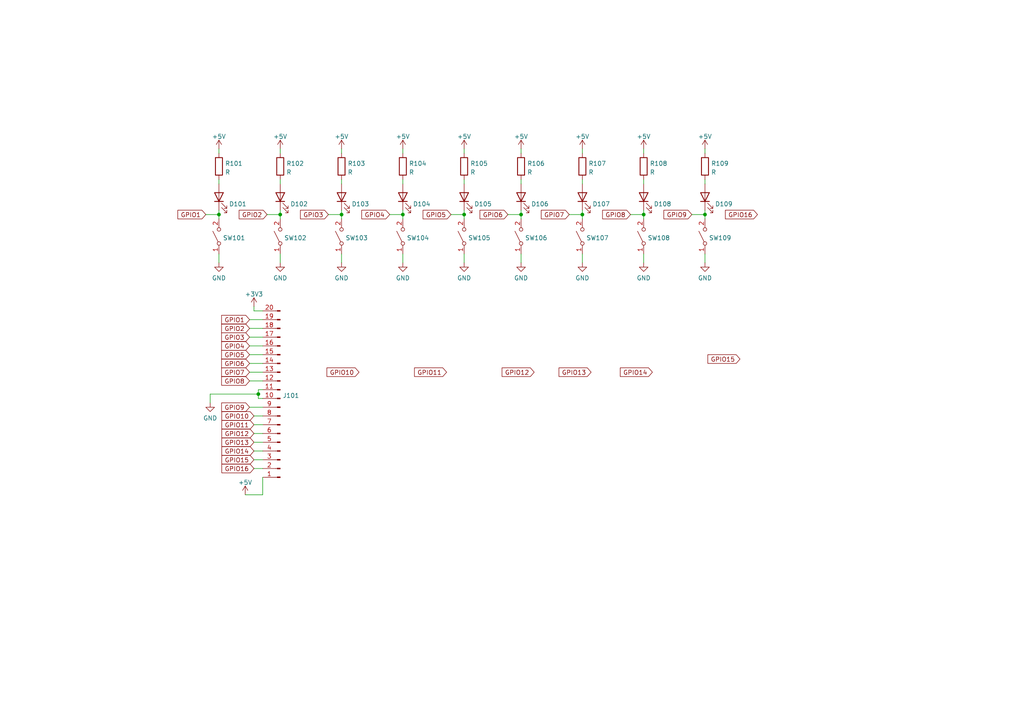
<source format=kicad_sch>
(kicad_sch (version 20211123) (generator eeschema)
  (paper "A4")
  (lib_symbols
    (symbol "Connector:Conn_01x20_Male" (pin_names (offset 1.016) hide)
      (property "Reference" "J" (at 0 25.4 0))
      (property "Value" "Conn_01x20_Male" (at 0 -27.94 0))
      (symbol "Conn_01x20_Male_1_1"
        (polyline (pts (xy 1.27 -25.4) (xy 0.8636 -25.4)) (stroke (width 0.1524)))
        (polyline (pts (xy 1.27 -22.86) (xy 0.8636 -22.86)) (stroke (width 0.1524)))
        (polyline (pts (xy 1.27 -20.32) (xy 0.8636 -20.32)) (stroke (width 0.1524)))
        (polyline (pts (xy 1.27 -17.78) (xy 0.8636 -17.78)) (stroke (width 0.1524)))
        (polyline (pts (xy 1.27 -15.24) (xy 0.8636 -15.24)) (stroke (width 0.1524)))
        (polyline (pts (xy 1.27 -12.7) (xy 0.8636 -12.7)) (stroke (width 0.1524)))
        (polyline (pts (xy 1.27 -10.16) (xy 0.8636 -10.16)) (stroke (width 0.1524)))
        (polyline (pts (xy 1.27 -7.62) (xy 0.8636 -7.62)) (stroke (width 0.1524)))
        (polyline (pts (xy 1.27 -5.08) (xy 0.8636 -5.08)) (stroke (width 0.1524)))
        (polyline (pts (xy 1.27 -2.54) (xy 0.8636 -2.54)) (stroke (width 0.1524)))
        (polyline (pts (xy 1.27 0) (xy 0.8636 0)) (stroke (width 0.1524)))
        (polyline (pts (xy 1.27 2.54) (xy 0.8636 2.54)) (stroke (width 0.1524)))
        (polyline (pts (xy 1.27 5.08) (xy 0.8636 5.08)) (stroke (width 0.1524)))
        (polyline (pts (xy 1.27 7.62) (xy 0.8636 7.62)) (stroke (width 0.1524)))
        (polyline (pts (xy 1.27 10.16) (xy 0.8636 10.16)) (stroke (width 0.1524)))
        (polyline (pts (xy 1.27 12.7) (xy 0.8636 12.7)) (stroke (width 0.1524)))
        (polyline (pts (xy 1.27 15.24) (xy 0.8636 15.24)) (stroke (width 0.1524)))
        (polyline (pts (xy 1.27 17.78) (xy 0.8636 17.78)) (stroke (width 0.1524)))
        (polyline (pts (xy 1.27 20.32) (xy 0.8636 20.32)) (stroke (width 0.1524)))
        (polyline (pts (xy 1.27 22.86) (xy 0.8636 22.86)) (stroke (width 0.1524)))
        (rectangle (start 0.8636 -25.273) (end 0 -25.527) (stroke (width 0.1524)) (fill (type outline)))
        (rectangle (start 0.8636 -22.733) (end 0 -22.987) (stroke (width 0.1524)) (fill (type outline)))
        (rectangle (start 0.8636 -20.193) (end 0 -20.447) (stroke (width 0.1524)) (fill (type outline)))
        (rectangle (start 0.8636 -17.653) (end 0 -17.907) (stroke (width 0.1524)) (fill (type outline)))
        (rectangle (start 0.8636 -15.113) (end 0 -15.367) (stroke (width 0.1524)) (fill (type outline)))
        (rectangle (start 0.8636 -12.573) (end 0 -12.827) (stroke (width 0.1524)) (fill (type outline)))
        (rectangle (start 0.8636 -10.033) (end 0 -10.287) (stroke (width 0.1524)) (fill (type outline)))
        (rectangle (start 0.8636 -7.493) (end 0 -7.747) (stroke (width 0.1524)) (fill (type outline)))
        (rectangle (start 0.8636 -4.953) (end 0 -5.207) (stroke (width 0.1524)) (fill (type outline)))
        (rectangle (start 0.8636 -2.413) (end 0 -2.667) (stroke (width 0.1524)) (fill (type outline)))
        (rectangle (start 0.8636 0.127) (end 0 -0.127) (stroke (width 0.1524)) (fill (type outline)))
        (rectangle (start 0.8636 2.667) (end 0 2.413) (stroke (width 0.1524)) (fill (type outline)))
        (rectangle (start 0.8636 5.207) (end 0 4.953) (stroke (width 0.1524)) (fill (type outline)))
        (rectangle (start 0.8636 7.747) (end 0 7.493) (stroke (width 0.1524)) (fill (type outline)))
        (rectangle (start 0.8636 10.287) (end 0 10.033) (stroke (width 0.1524)) (fill (type outline)))
        (rectangle (start 0.8636 12.827) (end 0 12.573) (stroke (width 0.1524)) (fill (type outline)))
        (rectangle (start 0.8636 15.367) (end 0 15.113) (stroke (width 0.1524)) (fill (type outline)))
        (rectangle (start 0.8636 17.907) (end 0 17.653) (stroke (width 0.1524)) (fill (type outline)))
        (rectangle (start 0.8636 20.447) (end 0 20.193) (stroke (width 0.1524)) (fill (type outline)))
        (rectangle (start 0.8636 22.987) (end 0 22.733) (stroke (width 0.1524)) (fill (type outline)))
        (pin passive line (at 5.08 22.86 180) (length 3.81) (name "Pin_1") (number "1"))
        (pin passive line (at 5.08 0 180) (length 3.81) (name "Pin_10") (number "10"))
        (pin passive line (at 5.08 -2.54 180) (length 3.81) (name "Pin_11") (number "11"))
        (pin passive line (at 5.08 -5.08 180) (length 3.81) (name "Pin_12") (number "12"))
        (pin passive line (at 5.08 -7.62 180) (length 3.81) (name "Pin_13") (number "13"))
        (pin passive line (at 5.08 -10.16 180) (length 3.81) (name "Pin_14") (number "14"))
        (pin passive line (at 5.08 -12.7 180) (length 3.81) (name "Pin_15") (number "15"))
        (pin passive line (at 5.08 -15.24 180) (length 3.81) (name "Pin_16") (number "16"))
        (pin passive line (at 5.08 -17.78 180) (length 3.81) (name "Pin_17") (number "17"))
        (pin passive line (at 5.08 -20.32 180) (length 3.81) (name "Pin_18") (number "18"))
        (pin passive line (at 5.08 -22.86 180) (length 3.81) (name "Pin_19") (number "19"))
        (pin passive line (at 5.08 20.32 180) (length 3.81) (name "Pin_2") (number "2"))
        (pin passive line (at 5.08 -25.4 180) (length 3.81) (name "Pin_20") (number "20"))
        (pin passive line (at 5.08 17.78 180) (length 3.81) (name "Pin_3") (number "3"))
        (pin passive line (at 5.08 15.24 180) (length 3.81) (name "Pin_4") (number "4"))
        (pin passive line (at 5.08 12.7 180) (length 3.81) (name "Pin_5") (number "5"))
        (pin passive line (at 5.08 10.16 180) (length 3.81) (name "Pin_6") (number "6"))
        (pin passive line (at 5.08 7.62 180) (length 3.81) (name "Pin_7") (number "7"))
        (pin passive line (at 5.08 5.08 180) (length 3.81) (name "Pin_8") (number "8"))
        (pin passive line (at 5.08 2.54 180) (length 3.81) (name "Pin_9") (number "9"))
      )
    )
    (symbol "Device:LED" (pin_numbers hide) (pin_names (offset 1.016) hide)
      (property "Reference" "D" (at 0 2.54 0))
      (property "Value" "LED" (at 0 -2.54 0))
      (symbol "LED_0_1"
        (polyline (pts (xy -1.27 -1.27) (xy -1.27 1.27)) (stroke (width 0.254)))
        (polyline (pts (xy -1.27 0) (xy 1.27 0)))
        (polyline (pts (xy 1.27 -1.27) (xy 1.27 1.27) (xy -1.27 0) (xy 1.27 -1.27)) (stroke (width 0.254)))
        (polyline (pts (xy -3.048 -0.762) (xy -4.572 -2.286) (xy -3.81 -2.286) (xy -4.572 -2.286) (xy -4.572 -1.524)))
        (polyline (pts (xy -1.778 -0.762) (xy -3.302 -2.286) (xy -2.54 -2.286) (xy -3.302 -2.286) (xy -3.302 -1.524)))
      )
      (symbol "LED_1_1"
        (pin passive line (at -3.81 0 0) (length 2.54) (name "K") (number "1"))
        (pin passive line (at 3.81 0 180) (length 2.54) (name "A") (number "2"))
      )
    )
    (symbol "Device:R" (pin_numbers hide) (pin_names (offset 0))
      (property "Reference" "R" (at 2.032 0 90))
      (property "Value" "R" (at 0 0 90))
      (symbol "R_0_1"
        (rectangle (start -1.016 -2.54) (end 1.016 2.54) (stroke (width 0.254)))
      )
      (symbol "R_1_1"
        (pin passive line (at 0 3.81 270) (length 1.27) (name "~") (number "1"))
        (pin passive line (at 0 -3.81 90) (length 1.27) (name "~") (number "2"))
      )
    )
    (symbol "Switch:SW_SPST" (pin_names (offset 0) hide)
      (property "Reference" "SW" (at 0 3.175 0))
      (property "Value" "SW_SPST" (at 0 -2.54 0))
      (symbol "SW_SPST_0_0"
        (circle (center -2.032 0) (radius 0.508))
        (polyline (pts (xy -1.524 0.254) (xy 1.524 1.778)))
        (circle (center 2.032 0) (radius 0.508))
      )
      (symbol "SW_SPST_1_1"
        (pin passive line (at -5.08 0 0) (length 2.54) (name "A") (number "1"))
        (pin passive line (at 5.08 0 180) (length 2.54) (name "B") (number "2"))
      )
    )
    (symbol "power:+3V3" (power) (pin_names (offset 0))
      (property "Value" "+3V3" (at 0 3.556 0))
      (symbol "+3V3_0_1"
        (polyline (pts (xy -0.762 1.27) (xy 0 2.54)))
        (polyline (pts (xy 0 0) (xy 0 2.54)))
        (polyline (pts (xy 0 2.54) (xy 0.762 1.27)))
      )
      (symbol "+3V3_1_1"
        (pin power_in line (at 0 0 90) (length 0) hide (name "+3V3") (number "1"))
      )
    )
    (symbol "power:+5V" (power) (pin_names (offset 0))
      (property "Value" "+5V" (at 0 3.556 0))
      (symbol "+5V_0_1"
        (polyline (pts (xy -0.762 1.27) (xy 0 2.54)))
        (polyline (pts (xy 0 0) (xy 0 2.54)))
        (polyline (pts (xy 0 2.54) (xy 0.762 1.27)))
      )
      (symbol "+5V_1_1"
        (pin power_in line (at 0 0 90) (length 0) hide (name "+5V") (number "1"))
      )
    )
    (symbol "power:GND" (power) (pin_names (offset 0))
      (property "Value" "GND" (at 0 -3.81 0))
      (symbol "GND_0_1"
        (polyline (pts (xy 0 0) (xy 0 -1.27) (xy 1.27 -1.27) (xy 0 -2.54) (xy -1.27 -1.27) (xy 0 -1.27)))
      )
      (symbol "GND_1_1"
        (pin power_in line (at 0 0 270) (length 0) hide (name "GND") (number "1"))
      )
    )
  )
  (junction (at 204.47 62.23))
  (junction (at 81.28 62.23))
  (junction (at 168.91 62.23))
  (junction (at 99.06 62.23))
  (junction (at 151.13 62.23))
  (junction (at 186.69 62.23))
  (junction (at 74.93 114.3))
  (junction (at 63.5 62.23))
  (junction (at 116.84 62.23))
  (junction (at 134.62 62.23))
  (wire (pts (xy 134.62 60.96) (xy 134.62 62.23)))
  (wire (pts (xy 71.12 143.51) (xy 76.2 143.51)))
  (wire (pts (xy 165.1 62.23) (xy 168.91 62.23)))
  (wire (pts (xy 76.2 100.33) (xy 72.39 100.33)))
  (wire (pts (xy 76.2 105.41) (xy 72.39 105.41)))
  (wire (pts (xy 81.28 60.96) (xy 81.28 62.23)))
  (wire (pts (xy 74.93 115.57) (xy 76.2 115.57)))
  (wire (pts (xy 73.66 90.17) (xy 76.2 90.17)))
  (wire (pts (xy 63.5 60.96) (xy 63.5 62.23)))
  (wire (pts (xy 130.81 62.23) (xy 134.62 62.23)))
  (wire (pts (xy 76.2 95.25) (xy 72.39 95.25)))
  (wire (pts (xy 186.69 73.66) (xy 186.69 76.2)))
  (wire (pts (xy 147.32 62.23) (xy 151.13 62.23)))
  (wire (pts (xy 204.47 52.07) (xy 204.47 53.34)))
  (wire (pts (xy 59.69 62.23) (xy 63.5 62.23)))
  (wire (pts (xy 151.13 73.66) (xy 151.13 76.2)))
  (wire (pts (xy 134.62 73.66) (xy 134.62 76.2)))
  (wire (pts (xy 186.69 43.18) (xy 186.69 44.45)))
  (wire (pts (xy 99.06 60.96) (xy 99.06 62.23)))
  (wire (pts (xy 116.84 62.23) (xy 116.84 63.5)))
  (wire (pts (xy 63.5 73.66) (xy 63.5 76.2)))
  (wire (pts (xy 134.62 62.23) (xy 134.62 63.5)))
  (wire (pts (xy 77.47 62.23) (xy 81.28 62.23)))
  (wire (pts (xy 168.91 62.23) (xy 168.91 63.5)))
  (wire (pts (xy 63.5 52.07) (xy 63.5 53.34)))
  (wire (pts (xy 63.5 43.18) (xy 63.5 44.45)))
  (wire (pts (xy 204.47 73.66) (xy 204.47 76.2)))
  (wire (pts (xy 63.5 62.23) (xy 63.5 63.5)))
  (wire (pts (xy 151.13 62.23) (xy 151.13 63.5)))
  (wire (pts (xy 73.66 130.81) (xy 76.2 130.81)))
  (wire (pts (xy 168.91 60.96) (xy 168.91 62.23)))
  (wire (pts (xy 186.69 60.96) (xy 186.69 62.23)))
  (wire (pts (xy 76.2 102.87) (xy 72.39 102.87)))
  (wire (pts (xy 76.2 143.51) (xy 76.2 138.43)))
  (wire (pts (xy 81.28 52.07) (xy 81.28 53.34)))
  (wire (pts (xy 116.84 43.18) (xy 116.84 44.45)))
  (wire (pts (xy 134.62 52.07) (xy 134.62 53.34)))
  (wire (pts (xy 168.91 73.66) (xy 168.91 76.2)))
  (wire (pts (xy 204.47 60.96) (xy 204.47 62.23)))
  (wire (pts (xy 151.13 43.18) (xy 151.13 44.45)))
  (wire (pts (xy 99.06 73.66) (xy 99.06 76.2)))
  (wire (pts (xy 182.88 62.23) (xy 186.69 62.23)))
  (wire (pts (xy 60.96 116.84) (xy 60.96 114.3)))
  (wire (pts (xy 99.06 52.07) (xy 99.06 53.34)))
  (wire (pts (xy 204.47 62.23) (xy 204.47 63.5)))
  (wire (pts (xy 76.2 110.49) (xy 72.39 110.49)))
  (wire (pts (xy 99.06 62.23) (xy 99.06 63.5)))
  (wire (pts (xy 116.84 52.07) (xy 116.84 53.34)))
  (wire (pts (xy 81.28 43.18) (xy 81.28 44.45)))
  (wire (pts (xy 76.2 107.95) (xy 72.39 107.95)))
  (wire (pts (xy 60.96 114.3) (xy 74.93 114.3)))
  (wire (pts (xy 73.66 125.73) (xy 76.2 125.73)))
  (wire (pts (xy 134.62 43.18) (xy 134.62 44.45)))
  (wire (pts (xy 116.84 60.96) (xy 116.84 62.23)))
  (wire (pts (xy 76.2 97.79) (xy 72.39 97.79)))
  (wire (pts (xy 73.66 128.27) (xy 76.2 128.27)))
  (wire (pts (xy 168.91 43.18) (xy 168.91 44.45)))
  (wire (pts (xy 73.66 123.19) (xy 76.2 123.19)))
  (wire (pts (xy 74.93 113.03) (xy 76.2 113.03)))
  (wire (pts (xy 76.2 92.71) (xy 72.39 92.71)))
  (wire (pts (xy 204.47 43.18) (xy 204.47 44.45)))
  (wire (pts (xy 74.93 113.03) (xy 74.93 114.3)))
  (wire (pts (xy 73.66 135.89) (xy 76.2 135.89)))
  (wire (pts (xy 186.69 62.23) (xy 186.69 63.5)))
  (wire (pts (xy 116.84 73.66) (xy 116.84 76.2)))
  (wire (pts (xy 186.69 52.07) (xy 186.69 53.34)))
  (wire (pts (xy 200.66 62.23) (xy 204.47 62.23)))
  (wire (pts (xy 76.2 118.11) (xy 72.39 118.11)))
  (wire (pts (xy 95.25 62.23) (xy 99.06 62.23)))
  (wire (pts (xy 81.28 73.66) (xy 81.28 76.2)))
  (wire (pts (xy 73.66 88.9) (xy 73.66 90.17)))
  (wire (pts (xy 81.28 62.23) (xy 81.28 63.5)))
  (wire (pts (xy 151.13 52.07) (xy 151.13 53.34)))
  (wire (pts (xy 73.66 120.65) (xy 76.2 120.65)))
  (wire (pts (xy 151.13 60.96) (xy 151.13 62.23)))
  (wire (pts (xy 74.93 114.3) (xy 74.93 115.57)))
  (wire (pts (xy 99.06 43.18) (xy 99.06 44.45)))
  (wire (pts (xy 73.66 133.35) (xy 76.2 133.35)))
  (wire (pts (xy 113.03 62.23) (xy 116.84 62.23)))
  (wire (pts (xy 168.91 52.07) (xy 168.91 53.34)))
  (global_label "GPIO16" (shape input) (at 219.71 62.23 180) (property "Intersheet References" "${INTERSHEET_REFS}" (effects hide)))
  (global_label "GPIO2" (shape input) (at 72.39 95.25 180) (property "Intersheet References" "${INTERSHEET_REFS}" (effects hide)))
  (global_label "GPIO13" (shape input) (at 73.66 128.27 180) (property "Intersheet References" "${INTERSHEET_REFS}" (effects hide)))
  (global_label "GPIO8" (shape input) (at 72.39 110.49 180) (property "Intersheet References" "${INTERSHEET_REFS}" (effects hide)))
  (global_label "GPIO5" (shape input) (at 130.81 62.23 180) (property "Intersheet References" "${INTERSHEET_REFS}" (effects hide)))
  (global_label "GPIO1" (shape input) (at 72.39 92.71 180) (property "Intersheet References" "${INTERSHEET_REFS}" (effects hide)))
  (global_label "GPIO7" (shape input) (at 165.1 62.23 180) (property "Intersheet References" "${INTERSHEET_REFS}" (effects hide)))
  (global_label "GPIO11" (shape input) (at 129.54 107.95 180) (property "Intersheet References" "${INTERSHEET_REFS}" (effects hide)))
  (global_label "GPIO16" (shape input) (at 73.66 135.89 180) (property "Intersheet References" "${INTERSHEET_REFS}" (effects hide)))
  (global_label "GPIO5" (shape input) (at 72.39 102.87 180) (property "Intersheet References" "${INTERSHEET_REFS}" (effects hide)))
  (global_label "GPIO9" (shape input) (at 200.66 62.23 180) (property "Intersheet References" "${INTERSHEET_REFS}" (effects hide)))
  (global_label "GPIO14" (shape input) (at 73.66 130.81 180) (property "Intersheet References" "${INTERSHEET_REFS}" (effects hide)))
  (global_label "GPIO1" (shape input) (at 59.69 62.23 180) (property "Intersheet References" "${INTERSHEET_REFS}" (effects hide)))
  (global_label "GPIO6" (shape input) (at 147.32 62.23 180) (property "Intersheet References" "${INTERSHEET_REFS}" (effects hide)))
  (global_label "GPIO13" (shape input) (at 171.45 107.95 180) (property "Intersheet References" "${INTERSHEET_REFS}" (effects hide)))
  (global_label "GPIO8" (shape input) (at 182.88 62.23 180) (property "Intersheet References" "${INTERSHEET_REFS}" (effects hide)))
  (global_label "GPIO4" (shape input) (at 113.03 62.23 180) (property "Intersheet References" "${INTERSHEET_REFS}" (effects hide)))
  (global_label "GPIO15" (shape input) (at 73.66 133.35 180) (property "Intersheet References" "${INTERSHEET_REFS}" (effects hide)))
  (global_label "GPIO15" (shape input) (at 214.63 104.14 180) (property "Intersheet References" "${INTERSHEET_REFS}" (effects hide)))
  (global_label "GPIO10" (shape input) (at 73.66 120.65 180) (property "Intersheet References" "${INTERSHEET_REFS}" (effects hide)))
  (global_label "GPIO10" (shape input) (at 104.14 107.95 180) (property "Intersheet References" "${INTERSHEET_REFS}" (effects hide)))
  (global_label "GPIO4" (shape input) (at 72.39 100.33 180) (property "Intersheet References" "${INTERSHEET_REFS}" (effects hide)))
  (global_label "GPIO7" (shape input) (at 72.39 107.95 180) (property "Intersheet References" "${INTERSHEET_REFS}" (effects hide)))
  (global_label "GPIO11" (shape input) (at 73.66 123.19 180) (property "Intersheet References" "${INTERSHEET_REFS}" (effects hide)))
  (global_label "GPIO12" (shape input) (at 154.94 107.95 180) (property "Intersheet References" "${INTERSHEET_REFS}" (effects hide)))
  (global_label "GPIO14" (shape input) (at 189.23 107.95 180) (property "Intersheet References" "${INTERSHEET_REFS}" (effects hide)))
  (global_label "GPIO3" (shape input) (at 95.25 62.23 180) (property "Intersheet References" "${INTERSHEET_REFS}" (effects hide)))
  (global_label "GPIO12" (shape input) (at 73.66 125.73 180) (property "Intersheet References" "${INTERSHEET_REFS}" (effects hide)))
  (global_label "GPIO3" (shape input) (at 72.39 97.79 180) (property "Intersheet References" "${INTERSHEET_REFS}" (effects hide)))
  (global_label "GPIO6" (shape input) (at 72.39 105.41 180) (property "Intersheet References" "${INTERSHEET_REFS}" (effects hide)))
  (global_label "GPIO9" (shape input) (at 72.39 118.11 180) (property "Intersheet References" "${INTERSHEET_REFS}" (effects hide)))
  (global_label "GPIO2" (shape input) (at 77.47 62.23 180) (property "Intersheet References" "${INTERSHEET_REFS}" (effects hide)))
  (symbol (lib_id "Device:LED") (at 99.06 57.15 90) (unit 1)
    (property "Reference" "D103" (at 101.981 59.1713 90) (effects (justify right)))
    (property "Value" "LED" (effects hide))
    (property "Footprint" "LED_THT:LED_D3.0mm" (effects hide))
  )
  (symbol (lib_id "Device:LED") (at 168.91 57.15 90) (unit 1)
    (property "Reference" "D107" (at 171.831 59.1713 90) (effects (justify right)))
    (property "Value" "LED" (effects hide))
    (property "Footprint" "LED_THT:LED_D3.0mm" (effects hide))
  )
  (symbol (lib_id "power:GND") (at 116.84 76.2 0) (unit 1)
    (property "Reference" "#PWR0104" (effects hide))
    (property "Value" "GND" (at 116.84 80.6434 0))
  )
  (symbol (lib_id "power:GND") (at 134.62 76.2 0) (unit 1)
    (property "Reference" "#PWR0112" (effects hide))
    (property "Value" "GND" (at 134.62 80.6434 0))
  )
  (symbol (lib_id "Device:R") (at 134.62 48.26 0) (unit 1)
    (property "Reference" "R105" (at 136.398 47.4253 0) (effects (justify left)))
    (property "Value" "R" (at 136.398 49.9622 0) (effects (justify left)))
    (property "Footprint" "Resistor_SMD:R_0805_2012Metric_Pad1.20x1.40mm_HandSolder" (effects hide))
  )
  (symbol (lib_id "Switch:SW_SPST") (at 151.13 68.58 90) (unit 1)
    (property "Reference" "SW106" (at 152.273 69.0138 90) (effects (justify right)))
    (property "Value" "SW_SPST" (effects hide))
    (property "Footprint" "Button_Switch_THT:SW_PUSH_6mm_H4.3mm" (effects hide))
  )
  (symbol (lib_id "power:+5V") (at 134.62 43.18 0) (unit 1)
    (property "Reference" "#PWR0111" (effects hide))
    (property "Value" "+5V" (at 134.62 39.6042 0))
  )
  (symbol (lib_id "Device:LED") (at 134.62 57.15 90) (unit 1)
    (property "Reference" "D105" (at 137.541 59.1713 90) (effects (justify right)))
    (property "Value" "LED" (effects hide))
    (property "Footprint" "LED_THT:LED_D3.0mm" (effects hide))
  )
  (symbol (lib_id "Switch:SW_SPST") (at 134.62 68.58 90) (unit 1)
    (property "Reference" "SW105" (at 135.763 69.0138 90) (effects (justify right)))
    (property "Value" "SW_SPST" (effects hide))
    (property "Footprint" "Button_Switch_THT:SW_PUSH_6mm_H4.3mm" (effects hide))
  )
  (symbol (lib_id "Connector:Conn_01x20_Male") (at 81.28 115.57 180) (unit 1)
    (property "Reference" "J101" (at 81.9912 114.7338 0) (effects (justify right)))
    (property "Value" "Conn_01x20_Male" (effects hide))
    (property "Footprint" "Connector_PinHeader_2.54mm:PinHeader_1x20_P2.54mm_Vertical" (effects hide))
  )
  (symbol (lib_id "Switch:SW_SPST") (at 116.84 68.58 90) (unit 1)
    (property "Reference" "SW104" (at 117.983 69.0138 90) (effects (justify right)))
    (property "Value" "SW_SPST" (effects hide))
    (property "Footprint" "Button_Switch_THT:SW_PUSH_6mm_H4.3mm" (effects hide))
  )
  (symbol (lib_id "Device:LED") (at 81.28 57.15 90) (unit 1)
    (property "Reference" "D102" (at 84.201 59.1713 90) (effects (justify right)))
    (property "Value" "LED" (effects hide))
    (property "Footprint" "LED_THT:LED_D3.0mm" (effects hide))
  )
  (symbol (lib_id "power:GND") (at 168.91 76.2 0) (unit 1)
    (property "Reference" "#PWR0115" (effects hide))
    (property "Value" "GND" (at 168.91 80.6434 0))
  )
  (symbol (lib_id "Switch:SW_SPST") (at 204.47 68.58 90) (unit 1)
    (property "Reference" "SW109" (at 205.613 69.0138 90) (effects (justify right)))
    (property "Value" "SW_SPST" (effects hide))
    (property "Footprint" "Button_Switch_THT:SW_PUSH_6mm_H4.3mm" (effects hide))
  )
  (symbol (lib_id "power:+5V") (at 116.84 43.18 0) (unit 1)
    (property "Reference" "#PWR0102" (effects hide))
    (property "Value" "+5V" (at 116.84 39.6042 0))
  )
  (symbol (lib_id "power:+5V") (at 81.28 43.18 0) (unit 1)
    (property "Reference" "#PWR0105" (effects hide))
    (property "Value" "+5V" (at 81.28 39.6042 0))
  )
  (symbol (lib_id "power:GND") (at 81.28 76.2 0) (unit 1)
    (property "Reference" "#PWR0121" (effects hide))
    (property "Value" "GND" (at 81.28 80.6434 0))
  )
  (symbol (lib_id "power:+5V") (at 151.13 43.18 0) (unit 1)
    (property "Reference" "#PWR0113" (effects hide))
    (property "Value" "+5V" (at 151.13 39.6042 0))
  )
  (symbol (lib_id "Device:R") (at 151.13 48.26 0) (unit 1)
    (property "Reference" "R106" (at 152.908 47.4253 0) (effects (justify left)))
    (property "Value" "R" (at 152.908 49.9622 0) (effects (justify left)))
    (property "Footprint" "Resistor_SMD:R_0805_2012Metric_Pad1.20x1.40mm_HandSolder" (effects hide))
  )
  (symbol (lib_id "power:+5V") (at 186.69 43.18 0) (unit 1)
    (property "Reference" "#PWR0107" (effects hide))
    (property "Value" "+5V" (at 186.69 39.6042 0))
  )
  (symbol (lib_id "Device:R") (at 116.84 48.26 0) (unit 1)
    (property "Reference" "R104" (at 118.618 47.4253 0) (effects (justify left)))
    (property "Value" "R" (at 118.618 49.9622 0) (effects (justify left)))
    (property "Footprint" "Resistor_SMD:R_0805_2012Metric_Pad1.20x1.40mm_HandSolder" (effects hide))
  )
  (symbol (lib_id "Device:LED") (at 151.13 57.15 90) (unit 1)
    (property "Reference" "D106" (at 154.051 59.1713 90) (effects (justify right)))
    (property "Value" "LED" (effects hide))
    (property "Footprint" "LED_THT:LED_D3.0mm" (effects hide))
  )
  (symbol (lib_id "power:GND") (at 204.47 76.2 0) (unit 1)
    (property "Reference" "#PWR0109" (effects hide))
    (property "Value" "GND" (at 204.47 80.6434 0))
  )
  (symbol (lib_id "Switch:SW_SPST") (at 63.5 68.58 90) (unit 1)
    (property "Reference" "SW101" (at 64.643 69.0138 90) (effects (justify right)))
    (property "Value" "SW_SPST" (effects hide))
    (property "Footprint" "Button_Switch_THT:SW_PUSH_6mm_H4.3mm" (effects hide))
  )
  (symbol (lib_id "Switch:SW_SPST") (at 99.06 68.58 90) (unit 1)
    (property "Reference" "SW103" (at 100.203 69.0138 90) (effects (justify right)))
    (property "Value" "SW_SPST" (effects hide))
    (property "Footprint" "Button_Switch_THT:SW_PUSH_6mm_H4.3mm" (effects hide))
  )
  (symbol (lib_id "Device:R") (at 204.47 48.26 0) (unit 1)
    (property "Reference" "R109" (at 206.248 47.4253 0) (effects (justify left)))
    (property "Value" "R" (at 206.248 49.9622 0) (effects (justify left)))
    (property "Footprint" "Resistor_SMD:R_0805_2012Metric_Pad1.20x1.40mm_HandSolder" (effects hide))
  )
  (symbol (lib_id "power:+3V3") (at 73.66 88.9 0) (unit 1)
    (property "Reference" "#PWR0120" (effects hide))
    (property "Value" "+3V3" (at 73.66 85.3242 0))
  )
  (symbol (lib_id "Device:R") (at 99.06 48.26 0) (unit 1)
    (property "Reference" "R103" (at 100.838 47.4253 0) (effects (justify left)))
    (property "Value" "R" (at 100.838 49.9622 0) (effects (justify left)))
    (property "Footprint" "Resistor_SMD:R_0805_2012Metric_Pad1.20x1.40mm_HandSolder" (effects hide))
  )
  (symbol (lib_id "power:+5V") (at 63.5 43.18 0) (unit 1)
    (property "Reference" "#PWR0106" (effects hide))
    (property "Value" "+5V" (at 63.5 39.6042 0))
  )
  (symbol (lib_id "power:+5V") (at 204.47 43.18 0) (unit 1)
    (property "Reference" "#PWR0108" (effects hide))
    (property "Value" "+5V" (at 204.47 39.6042 0))
  )
  (symbol (lib_id "power:GND") (at 99.06 76.2 0) (unit 1)
    (property "Reference" "#PWR0101" (effects hide))
    (property "Value" "GND" (at 99.06 80.6434 0))
  )
  (symbol (lib_id "power:GND") (at 151.13 76.2 0) (unit 1)
    (property "Reference" "#PWR0116" (effects hide))
    (property "Value" "GND" (at 151.13 80.6434 0))
  )
  (symbol (lib_id "Device:R") (at 63.5 48.26 0) (unit 1)
    (property "Reference" "R101" (at 65.278 47.4253 0) (effects (justify left)))
    (property "Value" "R" (at 65.278 49.9622 0) (effects (justify left)))
    (property "Footprint" "Resistor_SMD:R_0805_2012Metric_Pad1.20x1.40mm_HandSolder" (effects hide))
  )
  (symbol (lib_id "Device:R") (at 186.69 48.26 0) (unit 1)
    (property "Reference" "R108" (at 188.468 47.4253 0) (effects (justify left)))
    (property "Value" "R" (at 188.468 49.9622 0) (effects (justify left)))
    (property "Footprint" "Resistor_SMD:R_0805_2012Metric_Pad1.20x1.40mm_HandSolder" (effects hide))
  )
  (symbol (lib_id "Device:LED") (at 204.47 57.15 90) (unit 1)
    (property "Reference" "D109" (at 207.391 59.1713 90) (effects (justify right)))
    (property "Value" "LED" (effects hide))
    (property "Footprint" "LED_THT:LED_D3.0mm" (effects hide))
  )
  (symbol (lib_id "Device:LED") (at 186.69 57.15 90) (unit 1)
    (property "Reference" "D108" (at 189.611 59.1713 90) (effects (justify right)))
    (property "Value" "LED" (effects hide))
    (property "Footprint" "LED_THT:LED_D3.0mm" (effects hide))
  )
  (symbol (lib_id "Device:R") (at 168.91 48.26 0) (unit 1)
    (property "Reference" "R107" (at 170.688 47.4253 0) (effects (justify left)))
    (property "Value" "R" (at 170.688 49.9622 0) (effects (justify left)))
    (property "Footprint" "Resistor_SMD:R_0805_2012Metric_Pad1.20x1.40mm_HandSolder" (effects hide))
  )
  (symbol (lib_id "Device:LED") (at 116.84 57.15 90) (unit 1)
    (property "Reference" "D104" (at 119.761 59.1713 90) (effects (justify right)))
    (property "Value" "LED" (effects hide))
    (property "Footprint" "LED_THT:LED_D3.0mm" (effects hide))
  )
  (symbol (lib_id "Switch:SW_SPST") (at 186.69 68.58 90) (unit 1)
    (property "Reference" "SW108" (at 187.833 69.0138 90) (effects (justify right)))
    (property "Value" "SW_SPST" (effects hide))
    (property "Footprint" "Button_Switch_THT:SW_PUSH_6mm_H4.3mm" (effects hide))
  )
  (symbol (lib_id "Device:LED") (at 63.5 57.15 90) (unit 1)
    (property "Reference" "D101" (at 66.421 59.1713 90) (effects (justify right)))
    (property "Value" "LED" (effects hide))
    (property "Footprint" "LED_THT:LED_D3.0mm" (effects hide))
  )
  (symbol (lib_id "power:GND") (at 63.5 76.2 0) (unit 1)
    (property "Reference" "#PWR0119" (effects hide))
    (property "Value" "GND" (at 63.5 80.6434 0))
  )
  (symbol (lib_id "power:+5V") (at 99.06 43.18 0) (unit 1)
    (property "Reference" "#PWR0103" (effects hide))
    (property "Value" "+5V" (at 99.06 39.6042 0))
  )
  (symbol (lib_id "Switch:SW_SPST") (at 81.28 68.58 90) (unit 1)
    (property "Reference" "SW102" (at 82.423 69.0138 90) (effects (justify right)))
    (property "Value" "SW_SPST" (effects hide))
    (property "Footprint" "Button_Switch_THT:SW_PUSH_6mm_H4.3mm" (effects hide))
  )
  (symbol (lib_id "power:+5V") (at 168.91 43.18 0) (unit 1)
    (property "Reference" "#PWR0114" (effects hide))
    (property "Value" "+5V" (at 168.91 39.6042 0))
  )
  (symbol (lib_id "power:+5V") (at 71.12 143.51 0) (unit 1)
    (property "Reference" "#PWR0118" (effects hide))
    (property "Value" "+5V" (at 71.12 139.9342 0))
  )
  (symbol (lib_id "Device:R") (at 81.28 48.26 0) (unit 1)
    (property "Reference" "R102" (at 83.058 47.4253 0) (effects (justify left)))
    (property "Value" "R" (at 83.058 49.9622 0) (effects (justify left)))
    (property "Footprint" "Resistor_SMD:R_0805_2012Metric_Pad1.20x1.40mm_HandSolder" (effects hide))
  )
  (symbol (lib_id "Switch:SW_SPST") (at 168.91 68.58 90) (unit 1)
    (property "Reference" "SW107" (at 170.053 69.0138 90) (effects (justify right)))
    (property "Value" "SW_SPST" (effects hide))
    (property "Footprint" "Button_Switch_THT:SW_PUSH_6mm_H4.3mm" (effects hide))
  )
  (symbol (lib_id "power:GND") (at 186.69 76.2 0) (unit 1)
    (property "Reference" "#PWR0110" (effects hide))
    (property "Value" "GND" (at 186.69 80.6434 0))
  )
  (symbol (lib_id "power:GND") (at 60.96 116.84 0) (unit 1)
    (property "Reference" "#PWR0117" (effects hide))
    (property "Value" "GND" (at 60.96 121.2834 0))
  )
)
</source>
